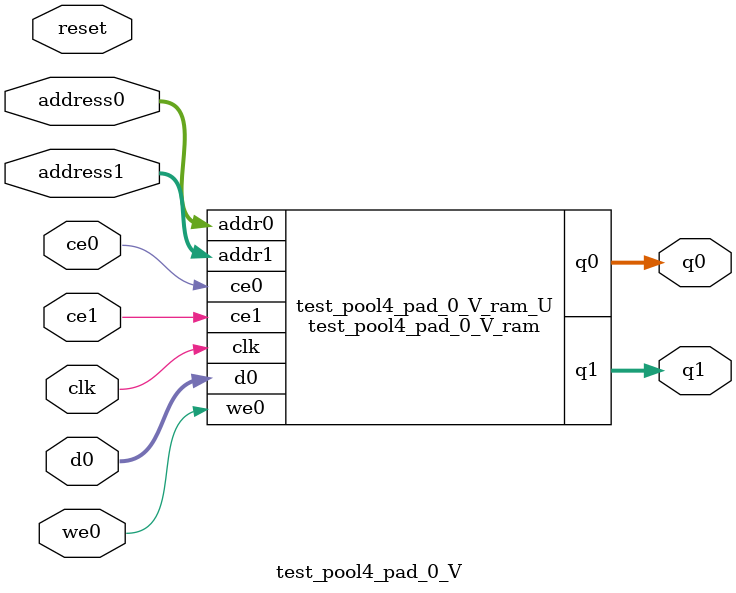
<source format=v>
`timescale 1 ns / 1 ps
module test_pool4_pad_0_V_ram (addr0, ce0, d0, we0, q0, addr1, ce1, q1,  clk);

parameter DWIDTH = 4;
parameter AWIDTH = 16;
parameter MEM_SIZE = 51200;

input[AWIDTH-1:0] addr0;
input ce0;
input[DWIDTH-1:0] d0;
input we0;
output reg[DWIDTH-1:0] q0;
input[AWIDTH-1:0] addr1;
input ce1;
output reg[DWIDTH-1:0] q1;
input clk;

(* ram_style = "block" *)reg [DWIDTH-1:0] ram[0:MEM_SIZE-1];




always @(posedge clk)  
begin 
    if (ce0) begin
        if (we0) 
            ram[addr0] <= d0; 
        q0 <= ram[addr0];
    end
end


always @(posedge clk)  
begin 
    if (ce1) begin
        q1 <= ram[addr1];
    end
end


endmodule

`timescale 1 ns / 1 ps
module test_pool4_pad_0_V(
    reset,
    clk,
    address0,
    ce0,
    we0,
    d0,
    q0,
    address1,
    ce1,
    q1);

parameter DataWidth = 32'd4;
parameter AddressRange = 32'd51200;
parameter AddressWidth = 32'd16;
input reset;
input clk;
input[AddressWidth - 1:0] address0;
input ce0;
input we0;
input[DataWidth - 1:0] d0;
output[DataWidth - 1:0] q0;
input[AddressWidth - 1:0] address1;
input ce1;
output[DataWidth - 1:0] q1;



test_pool4_pad_0_V_ram test_pool4_pad_0_V_ram_U(
    .clk( clk ),
    .addr0( address0 ),
    .ce0( ce0 ),
    .we0( we0 ),
    .d0( d0 ),
    .q0( q0 ),
    .addr1( address1 ),
    .ce1( ce1 ),
    .q1( q1 ));

endmodule


</source>
